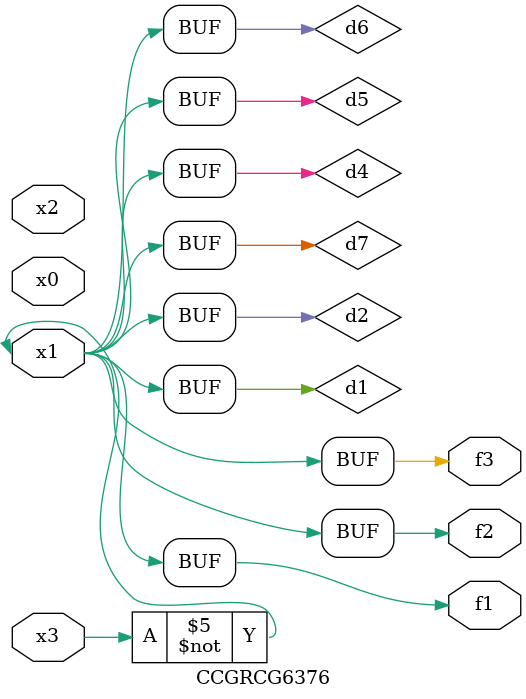
<source format=v>
module CCGRCG6376(
	input x0, x1, x2, x3,
	output f1, f2, f3
);

	wire d1, d2, d3, d4, d5, d6, d7;

	not (d1, x3);
	buf (d2, x1);
	xnor (d3, d1, d2);
	nor (d4, d1);
	buf (d5, d1, d2);
	buf (d6, d4, d5);
	nand (d7, d4);
	assign f1 = d6;
	assign f2 = d7;
	assign f3 = d6;
endmodule

</source>
